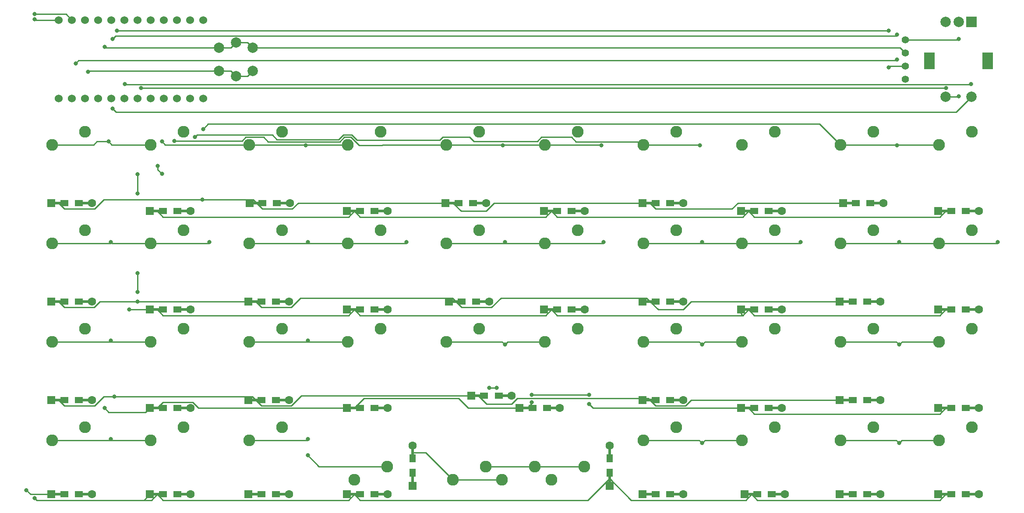
<source format=gbr>
G04 #@! TF.GenerationSoftware,KiCad,Pcbnew,(6.0.4-0)*
G04 #@! TF.CreationDate,2022-05-09T18:43:36-05:00*
G04 #@! TF.ProjectId,freaku4X,66726561-6b75-4345-982e-6b696361645f,rev?*
G04 #@! TF.SameCoordinates,Original*
G04 #@! TF.FileFunction,Copper,L1,Top*
G04 #@! TF.FilePolarity,Positive*
%FSLAX46Y46*%
G04 Gerber Fmt 4.6, Leading zero omitted, Abs format (unit mm)*
G04 Created by KiCad (PCBNEW (6.0.4-0)) date 2022-05-09 18:43:36*
%MOMM*%
%LPD*%
G01*
G04 APERTURE LIST*
G04 #@! TA.AperFunction,ComponentPad*
%ADD10C,2.286000*%
G04 #@! TD*
G04 #@! TA.AperFunction,ComponentPad*
%ADD11C,1.397000*%
G04 #@! TD*
G04 #@! TA.AperFunction,ComponentPad*
%ADD12C,2.000000*%
G04 #@! TD*
G04 #@! TA.AperFunction,ComponentPad*
%ADD13R,2.000000X2.000000*%
G04 #@! TD*
G04 #@! TA.AperFunction,ComponentPad*
%ADD14R,2.000000X3.200000*%
G04 #@! TD*
G04 #@! TA.AperFunction,ComponentPad*
%ADD15C,1.524000*%
G04 #@! TD*
G04 #@! TA.AperFunction,SMDPad,CuDef*
%ADD16R,1.600000X1.200000*%
G04 #@! TD*
G04 #@! TA.AperFunction,ComponentPad*
%ADD17R,1.600000X1.600000*%
G04 #@! TD*
G04 #@! TA.AperFunction,SMDPad,CuDef*
%ADD18R,2.900000X0.500000*%
G04 #@! TD*
G04 #@! TA.AperFunction,ComponentPad*
%ADD19C,1.600000*%
G04 #@! TD*
G04 #@! TA.AperFunction,SMDPad,CuDef*
%ADD20R,0.500000X2.900000*%
G04 #@! TD*
G04 #@! TA.AperFunction,SMDPad,CuDef*
%ADD21R,1.200000X1.600000*%
G04 #@! TD*
G04 #@! TA.AperFunction,ViaPad*
%ADD22C,0.800000*%
G04 #@! TD*
G04 #@! TA.AperFunction,Conductor*
%ADD23C,0.250000*%
G04 #@! TD*
G04 APERTURE END LIST*
D10*
G04 #@! TO.P,SW13,1,A*
G04 #@! TO.N,Net-(D16-Pad2)*
X86677500Y-90170000D03*
G04 #@! TO.P,SW13,2,B*
G04 #@! TO.N,col1*
X80327500Y-92710000D03*
G04 #@! TD*
G04 #@! TO.P,SW16,1,A*
G04 #@! TO.N,Net-(D13-Pad2)*
X143827500Y-90170000D03*
G04 #@! TO.P,SW16,2,B*
G04 #@! TO.N,col3*
X137477500Y-92710000D03*
G04 #@! TD*
G04 #@! TO.P,SW9,1,A*
G04 #@! TO.N,Net-(D9-Pad2)*
X200977500Y-71120000D03*
G04 #@! TO.P,SW9,2,B*
G04 #@! TO.N,col4*
X194627500Y-73660000D03*
G04 #@! TD*
G04 #@! TO.P,SW40,1,A*
G04 #@! TO.N,Net-(D35-Pad2)*
X220027500Y-128270000D03*
G04 #@! TO.P,SW40,2,B*
G04 #@! TO.N,col5*
X213677500Y-130810000D03*
G04 #@! TD*
G04 #@! TO.P,SW41,1,A*
G04 #@! TO.N,Net-(D40-Pad2)*
X239077500Y-128270000D03*
G04 #@! TO.P,SW41,2,B*
G04 #@! TO.N,col5*
X232727500Y-130810000D03*
G04 #@! TD*
G04 #@! TO.P,SW21,1,A*
G04 #@! TO.N,Net-(D20-Pad2)*
X239077500Y-90170000D03*
G04 #@! TO.P,SW21,2,B*
G04 #@! TO.N,col5*
X232727500Y-92710000D03*
G04 #@! TD*
G04 #@! TO.P,SW14,1,A*
G04 #@! TO.N,Net-(D12-Pad2)*
X105727500Y-90170000D03*
G04 #@! TO.P,SW14,2,B*
G04 #@! TO.N,col2*
X99377500Y-92710000D03*
G04 #@! TD*
G04 #@! TO.P,SW37,1,A*
G04 #@! TO.N,Net-(D38-Pad2)*
X157797500Y-138430000D03*
G04 #@! TO.P,SW37,2,B*
G04 #@! TO.N,col3*
X164147500Y-135890000D03*
G04 #@! TD*
G04 #@! TO.P,SW28,1,A*
G04 #@! TO.N,Net-(D24-Pad2)*
X181927500Y-109220000D03*
G04 #@! TO.P,SW28,2,B*
G04 #@! TO.N,col4*
X175577500Y-111760000D03*
G04 #@! TD*
G04 #@! TO.P,SW23,1,A*
G04 #@! TO.N,Net-(D26-Pad2)*
X86677500Y-109220000D03*
G04 #@! TO.P,SW23,2,B*
G04 #@! TO.N,col1*
X80327500Y-111760000D03*
G04 #@! TD*
G04 #@! TO.P,SW6,1,A*
G04 #@! TO.N,Net-(D3-Pad2)*
X143827500Y-71120000D03*
G04 #@! TO.P,SW6,2,B*
G04 #@! TO.N,col3*
X137477500Y-73660000D03*
G04 #@! TD*
D11*
G04 #@! TO.P,OL1,1,SDA*
G04 #@! TO.N,sda*
X226218750Y-60960000D03*
G04 #@! TO.P,OL1,2,SCL*
G04 #@! TO.N,scl*
X226218750Y-58420000D03*
G04 #@! TO.P,OL1,3,VCC*
G04 #@! TO.N,vcc*
X226218750Y-55880000D03*
G04 #@! TO.P,OL1,4,GND*
G04 #@! TO.N,gnd*
X226218750Y-53340000D03*
G04 #@! TD*
D10*
G04 #@! TO.P,SW30,1,A*
G04 #@! TO.N,Net-(D25-Pad2)*
X220027500Y-109220000D03*
G04 #@! TO.P,SW30,2,B*
G04 #@! TO.N,col5*
X213677500Y-111760000D03*
G04 #@! TD*
G04 #@! TO.P,SW22,1,A*
G04 #@! TO.N,Net-(D21-Pad2)*
X67627500Y-109220000D03*
G04 #@! TO.P,SW22,2,B*
G04 #@! TO.N,col1*
X61277500Y-111760000D03*
G04 #@! TD*
G04 #@! TO.P,SW11,1,A*
G04 #@! TO.N,Net-(D10-Pad2)*
X239077500Y-71120000D03*
G04 #@! TO.P,SW11,2,B*
G04 #@! TO.N,col5*
X232727500Y-73660000D03*
G04 #@! TD*
G04 #@! TO.P,SW32,1,A*
G04 #@! TO.N,Net-(D31-Pad2)*
X67627500Y-128270000D03*
G04 #@! TO.P,SW32,2,B*
G04 #@! TO.N,col1*
X61277500Y-130810000D03*
G04 #@! TD*
G04 #@! TO.P,SW7,1,A*
G04 #@! TO.N,Net-(D8-Pad2)*
X162877500Y-71120000D03*
G04 #@! TO.P,SW7,2,B*
G04 #@! TO.N,col3*
X156527500Y-73660000D03*
G04 #@! TD*
G04 #@! TO.P,SW38,1,A*
G04 #@! TO.N,Net-(D34-Pad2)*
X181927500Y-128270000D03*
G04 #@! TO.P,SW38,2,B*
G04 #@! TO.N,col4*
X175577500Y-130810000D03*
G04 #@! TD*
G04 #@! TO.P,SW36,1,A*
G04 #@! TO.N,Net-(D33-Pad2)*
X138747500Y-138430000D03*
G04 #@! TO.P,SW36,2,B*
G04 #@! TO.N,col3*
X145097500Y-135890000D03*
G04 #@! TD*
G04 #@! TO.P,SW35,1,A*
G04 #@! TO.N,Net-(D37-Pad2)*
X119697500Y-138430000D03*
G04 #@! TO.P,SW35,2,B*
G04 #@! TO.N,col2*
X126047500Y-135890000D03*
G04 #@! TD*
G04 #@! TO.P,SW26,1,A*
G04 #@! TO.N,Net-(D23-Pad2)*
X143827500Y-109220000D03*
G04 #@! TO.P,SW26,2,B*
G04 #@! TO.N,col3*
X137477500Y-111760000D03*
G04 #@! TD*
G04 #@! TO.P,SW25,1,A*
G04 #@! TO.N,Net-(D27-Pad2)*
X124777500Y-109220000D03*
G04 #@! TO.P,SW25,2,B*
G04 #@! TO.N,col2*
X118427500Y-111760000D03*
G04 #@! TD*
G04 #@! TO.P,SW18,1,A*
G04 #@! TO.N,Net-(D14-Pad2)*
X181927500Y-90170000D03*
G04 #@! TO.P,SW18,2,B*
G04 #@! TO.N,col4*
X175577500Y-92710000D03*
G04 #@! TD*
D12*
G04 #@! TO.P,SW43,1,A*
G04 #@! TO.N,vcc*
X96837500Y-53900000D03*
G04 #@! TO.P,SW43,2,B*
G04 #@! TO.N,rst*
X96837500Y-60400000D03*
G04 #@! TD*
D10*
G04 #@! TO.P,SW20,1,A*
G04 #@! TO.N,Net-(D15-Pad2)*
X220027500Y-90170000D03*
G04 #@! TO.P,SW20,2,B*
G04 #@! TO.N,col5*
X213677500Y-92710000D03*
G04 #@! TD*
G04 #@! TO.P,SW19,1,A*
G04 #@! TO.N,Net-(D19-Pad2)*
X200977500Y-90170000D03*
G04 #@! TO.P,SW19,2,B*
G04 #@! TO.N,col4*
X194627500Y-92710000D03*
G04 #@! TD*
G04 #@! TO.P,SW17,1,A*
G04 #@! TO.N,Net-(D18-Pad2)*
X162877500Y-90170000D03*
G04 #@! TO.P,SW17,2,B*
G04 #@! TO.N,col3*
X156527500Y-92710000D03*
G04 #@! TD*
G04 #@! TO.P,SW12,1,A*
G04 #@! TO.N,Net-(D11-Pad2)*
X67627500Y-90170000D03*
G04 #@! TO.P,SW12,2,B*
G04 #@! TO.N,col1*
X61277500Y-92710000D03*
G04 #@! TD*
G04 #@! TO.P,SW3,1,A*
G04 #@! TO.N,Net-(D6-Pad2)*
X86677500Y-71120000D03*
G04 #@! TO.P,SW3,2,B*
G04 #@! TO.N,col1*
X80327500Y-73660000D03*
G04 #@! TD*
G04 #@! TO.P,SW2,1,A*
G04 #@! TO.N,Net-(D1-Pad2)*
X67627500Y-71120000D03*
G04 #@! TO.P,SW2,2,B*
G04 #@! TO.N,col1*
X61277500Y-73660000D03*
G04 #@! TD*
G04 #@! TO.P,SW5,1,A*
G04 #@! TO.N,Net-(D7-Pad2)*
X124777500Y-71120000D03*
G04 #@! TO.P,SW5,2,B*
G04 #@! TO.N,col2*
X118427500Y-73660000D03*
G04 #@! TD*
G04 #@! TO.P,SW44,1,A*
G04 #@! TO.N,Net-(D33-Pad2)*
X148272500Y-138430000D03*
G04 #@! TO.P,SW44,2,B*
G04 #@! TO.N,col3*
X154622500Y-135890000D03*
G04 #@! TD*
G04 #@! TO.P,SW33,1,A*
G04 #@! TO.N,Net-(D36-Pad2)*
X86677500Y-128270000D03*
G04 #@! TO.P,SW33,2,B*
G04 #@! TO.N,col1*
X80327500Y-130810000D03*
G04 #@! TD*
G04 #@! TO.P,SW4,1,A*
G04 #@! TO.N,Net-(D2-Pad2)*
X105727500Y-71120000D03*
G04 #@! TO.P,SW4,2,B*
G04 #@! TO.N,col2*
X99377500Y-73660000D03*
G04 #@! TD*
G04 #@! TO.P,SW24,1,A*
G04 #@! TO.N,Net-(D22-Pad2)*
X105727500Y-109220000D03*
G04 #@! TO.P,SW24,2,B*
G04 #@! TO.N,col2*
X99377500Y-111760000D03*
G04 #@! TD*
D13*
G04 #@! TO.P,SW1,A,A*
G04 #@! TO.N,padA*
X239037500Y-49900000D03*
D12*
G04 #@! TO.P,SW1,B,B*
G04 #@! TO.N,padB*
X234037500Y-49900000D03*
G04 #@! TO.P,SW1,C,C*
G04 #@! TO.N,gnd*
X236537500Y-49900000D03*
D14*
G04 #@! TO.P,SW1,MP*
G04 #@! TO.N,N/C*
X242137500Y-57400000D03*
X230937500Y-57400000D03*
D12*
G04 #@! TO.P,SW1,S1,S1*
G04 #@! TO.N,gnd*
X234037500Y-64400000D03*
G04 #@! TO.P,SW1,S2,S2*
G04 #@! TO.N,encoder_switch*
X239037500Y-64400000D03*
G04 #@! TD*
D10*
G04 #@! TO.P,SW10,1,A*
G04 #@! TO.N,Net-(D5-Pad2)*
X220027500Y-71120000D03*
G04 #@! TO.P,SW10,2,B*
G04 #@! TO.N,col5*
X213677500Y-73660000D03*
G04 #@! TD*
G04 #@! TO.P,SW8,1,A*
G04 #@! TO.N,Net-(D4-Pad2)*
X181927500Y-71120000D03*
G04 #@! TO.P,SW8,2,B*
G04 #@! TO.N,col4*
X175577500Y-73660000D03*
G04 #@! TD*
D15*
G04 #@! TO.P,U1,1,TX0/PD3*
G04 #@! TO.N,row8*
X62565750Y-49538600D03*
G04 #@! TO.P,U1,2,RX1/PD2*
G04 #@! TO.N,row7*
X65105750Y-49538600D03*
G04 #@! TO.P,U1,3,GND*
G04 #@! TO.N,unconnected-(U1-Pad3)*
X67645750Y-49538600D03*
G04 #@! TO.P,U1,4,GND*
G04 #@! TO.N,unconnected-(U1-Pad4)*
X70185750Y-49538600D03*
G04 #@! TO.P,U1,5,2/PD1*
G04 #@! TO.N,sda*
X72725750Y-49538600D03*
G04 #@! TO.P,U1,6,3/PD0*
G04 #@! TO.N,scl*
X75265750Y-49538600D03*
G04 #@! TO.P,U1,7,4/PD4*
G04 #@! TO.N,row6*
X77805750Y-49538600D03*
G04 #@! TO.P,U1,8,5/PC6*
G04 #@! TO.N,row5*
X80345750Y-49538600D03*
G04 #@! TO.P,U1,9,6/PD7*
G04 #@! TO.N,row4*
X82885750Y-49538600D03*
G04 #@! TO.P,U1,10,7/PE6*
G04 #@! TO.N,row3*
X85425750Y-49538600D03*
G04 #@! TO.P,U1,11,8/PB4*
G04 #@! TO.N,row2*
X87965750Y-49538600D03*
G04 #@! TO.P,U1,12,9/PB5*
G04 #@! TO.N,row1*
X90505750Y-49538600D03*
G04 #@! TO.P,U1,13,10/PB6*
G04 #@! TO.N,col5*
X90505750Y-64758600D03*
G04 #@! TO.P,U1,14,16/PB2*
G04 #@! TO.N,col4*
X87965750Y-64758600D03*
G04 #@! TO.P,U1,15,14/PB3*
G04 #@! TO.N,col3*
X85425750Y-64758600D03*
G04 #@! TO.P,U1,16,15/PB1*
G04 #@! TO.N,col2*
X82885750Y-64758600D03*
G04 #@! TO.P,U1,17,A0/PF7*
G04 #@! TO.N,col1*
X80345750Y-64758600D03*
G04 #@! TO.P,U1,18,A1/PF6*
G04 #@! TO.N,padB*
X77805750Y-64758600D03*
G04 #@! TO.P,U1,19,A2/PF5*
G04 #@! TO.N,padA*
X75265750Y-64758600D03*
G04 #@! TO.P,U1,20,A3/PF4*
G04 #@! TO.N,encoder_switch*
X72725750Y-64758600D03*
G04 #@! TO.P,U1,21,VCC*
G04 #@! TO.N,vcc*
X70185750Y-64758600D03*
G04 #@! TO.P,U1,22,RST*
G04 #@! TO.N,rst*
X67645750Y-64758600D03*
G04 #@! TO.P,U1,23,GND*
G04 #@! TO.N,gnd*
X65105750Y-64758600D03*
G04 #@! TO.P,U1,24,RAW*
G04 #@! TO.N,unconnected-(U1-Pad24)*
X62565750Y-64758600D03*
G04 #@! TD*
D10*
G04 #@! TO.P,SW29,1,A*
G04 #@! TO.N,Net-(D29-Pad2)*
X200977500Y-109220000D03*
G04 #@! TO.P,SW29,2,B*
G04 #@! TO.N,col4*
X194627500Y-111760000D03*
G04 #@! TD*
G04 #@! TO.P,SW39,1,A*
G04 #@! TO.N,Net-(D39-Pad2)*
X200977500Y-128270000D03*
G04 #@! TO.P,SW39,2,B*
G04 #@! TO.N,col4*
X194627500Y-130810000D03*
G04 #@! TD*
G04 #@! TO.P,SW31,1,A*
G04 #@! TO.N,Net-(D30-Pad2)*
X239077500Y-109220000D03*
G04 #@! TO.P,SW31,2,B*
G04 #@! TO.N,col5*
X232727500Y-111760000D03*
G04 #@! TD*
G04 #@! TO.P,SW27,1,A*
G04 #@! TO.N,Net-(D28-Pad2)*
X162877500Y-109220000D03*
G04 #@! TO.P,SW27,2,B*
G04 #@! TO.N,col3*
X156527500Y-111760000D03*
G04 #@! TD*
G04 #@! TO.P,SW34,1,A*
G04 #@! TO.N,Net-(D32-Pad2)*
X105727500Y-128270000D03*
G04 #@! TO.P,SW34,2,B*
G04 #@! TO.N,col2*
X99377500Y-130810000D03*
G04 #@! TD*
G04 #@! TO.P,SW15,1,A*
G04 #@! TO.N,Net-(D17-Pad2)*
X124777500Y-90170000D03*
G04 #@! TO.P,SW15,2,B*
G04 #@! TO.N,col2*
X118427500Y-92710000D03*
G04 #@! TD*
D16*
G04 #@! TO.P,D22,1,K*
G04 #@! TO.N,row5*
X101787500Y-123031250D03*
D17*
X99287500Y-123031250D03*
D18*
X100687500Y-123031250D03*
G04 #@! TO.P,D22,2,A*
G04 #@! TO.N,Net-(D22-Pad2)*
X105687500Y-123031250D03*
D16*
X104587500Y-123031250D03*
D19*
X107087500Y-123031250D03*
G04 #@! TD*
D17*
G04 #@! TO.P,D15,1,K*
G04 #@! TO.N,row3*
X213587500Y-103981250D03*
D18*
X214987500Y-103981250D03*
D16*
X216087500Y-103981250D03*
D19*
G04 #@! TO.P,D15,2,A*
G04 #@! TO.N,Net-(D15-Pad2)*
X221387500Y-103981250D03*
D18*
X219987500Y-103981250D03*
D16*
X218887500Y-103981250D03*
G04 #@! TD*
D17*
G04 #@! TO.P,D1,1,K*
G04 #@! TO.N,row1*
X61187500Y-84931250D03*
D16*
X63687500Y-84931250D03*
D18*
X62587500Y-84931250D03*
G04 #@! TO.P,D1,2,A*
G04 #@! TO.N,Net-(D1-Pad2)*
X67587500Y-84931250D03*
D16*
X66487500Y-84931250D03*
D19*
X68987500Y-84931250D03*
G04 #@! TD*
D18*
G04 #@! TO.P,D19,1,K*
G04 #@! TO.N,row4*
X195937500Y-105568750D03*
D17*
X194537500Y-105568750D03*
D16*
X197037500Y-105568750D03*
G04 #@! TO.P,D19,2,A*
G04 #@! TO.N,Net-(D19-Pad2)*
X199837500Y-105568750D03*
D18*
X200937500Y-105568750D03*
D19*
X202337500Y-105568750D03*
G04 #@! TD*
D18*
G04 #@! TO.P,D7,1,K*
G04 #@! TO.N,row2*
X119737500Y-86518750D03*
D17*
X118337500Y-86518750D03*
D16*
X120837500Y-86518750D03*
G04 #@! TO.P,D7,2,A*
G04 #@! TO.N,Net-(D7-Pad2)*
X123637500Y-86518750D03*
D18*
X124737500Y-86518750D03*
D19*
X126137500Y-86518750D03*
G04 #@! TD*
D18*
G04 #@! TO.P,D29,1,K*
G04 #@! TO.N,row6*
X195937500Y-124618750D03*
D17*
X194537500Y-124618750D03*
D16*
X197037500Y-124618750D03*
D19*
G04 #@! TO.P,D29,2,A*
G04 #@! TO.N,Net-(D29-Pad2)*
X202337500Y-124618750D03*
D16*
X199837500Y-124618750D03*
D18*
X200937500Y-124618750D03*
G04 #@! TD*
G04 #@! TO.P,D26,1,K*
G04 #@! TO.N,row6*
X81637500Y-124618750D03*
D17*
X80237500Y-124618750D03*
D16*
X82737500Y-124618750D03*
G04 #@! TO.P,D26,2,A*
G04 #@! TO.N,Net-(D26-Pad2)*
X85537500Y-124618750D03*
D18*
X86637500Y-124618750D03*
D19*
X88037500Y-124618750D03*
G04 #@! TD*
D18*
G04 #@! TO.P,D8,1,K*
G04 #@! TO.N,row2*
X157837500Y-86518750D03*
D16*
X158937500Y-86518750D03*
D17*
X156437500Y-86518750D03*
D18*
G04 #@! TO.P,D8,2,A*
G04 #@! TO.N,Net-(D8-Pad2)*
X162837500Y-86518750D03*
D16*
X161737500Y-86518750D03*
D19*
X164237500Y-86518750D03*
G04 #@! TD*
D18*
G04 #@! TO.P,D34,1,K*
G04 #@! TO.N,row7*
X176887500Y-141287500D03*
D16*
X177987500Y-141287500D03*
D17*
X175487500Y-141287500D03*
D18*
G04 #@! TO.P,D34,2,A*
G04 #@! TO.N,Net-(D34-Pad2)*
X181887500Y-141287500D03*
D16*
X180787500Y-141287500D03*
D19*
X183287500Y-141287500D03*
G04 #@! TD*
D16*
G04 #@! TO.P,D14,1,K*
G04 #@! TO.N,row3*
X177987500Y-103981250D03*
D18*
X176887500Y-103981250D03*
D17*
X175487500Y-103981250D03*
D18*
G04 #@! TO.P,D14,2,A*
G04 #@! TO.N,Net-(D14-Pad2)*
X181887500Y-103981250D03*
D19*
X183287500Y-103981250D03*
D16*
X180787500Y-103981250D03*
G04 #@! TD*
D17*
G04 #@! TO.P,D11,1,K*
G04 #@! TO.N,row3*
X61187500Y-103981250D03*
D16*
X63687500Y-103981250D03*
D18*
X62587500Y-103981250D03*
D16*
G04 #@! TO.P,D11,2,A*
G04 #@! TO.N,Net-(D11-Pad2)*
X66487500Y-103981250D03*
D19*
X68987500Y-103981250D03*
D18*
X67587500Y-103981250D03*
G04 #@! TD*
D17*
G04 #@! TO.P,D37,1,K*
G04 #@! TO.N,row8*
X118337500Y-141287500D03*
D18*
X119737500Y-141287500D03*
D16*
X120837500Y-141287500D03*
D18*
G04 #@! TO.P,D37,2,A*
G04 #@! TO.N,Net-(D37-Pad2)*
X124737500Y-141287500D03*
D19*
X126137500Y-141287500D03*
D16*
X123637500Y-141287500D03*
G04 #@! TD*
G04 #@! TO.P,D35,1,K*
G04 #@! TO.N,row7*
X216087500Y-141287500D03*
D18*
X214987500Y-141287500D03*
D17*
X213587500Y-141287500D03*
D16*
G04 #@! TO.P,D35,2,A*
G04 #@! TO.N,Net-(D35-Pad2)*
X218887500Y-141287500D03*
D18*
X219987500Y-141287500D03*
D19*
X221387500Y-141287500D03*
G04 #@! TD*
D17*
G04 #@! TO.P,D25,1,K*
G04 #@! TO.N,row5*
X213587500Y-123031250D03*
D16*
X216087500Y-123031250D03*
D18*
X214987500Y-123031250D03*
D19*
G04 #@! TO.P,D25,2,A*
G04 #@! TO.N,Net-(D25-Pad2)*
X221387500Y-123031250D03*
D16*
X218887500Y-123031250D03*
D18*
X219987500Y-123031250D03*
G04 #@! TD*
D17*
G04 #@! TO.P,D5,1,K*
G04 #@! TO.N,row1*
X214193750Y-84931250D03*
D16*
X216693750Y-84931250D03*
D18*
X215593750Y-84931250D03*
D16*
G04 #@! TO.P,D5,2,A*
G04 #@! TO.N,Net-(D5-Pad2)*
X219493750Y-84931250D03*
D19*
X221993750Y-84931250D03*
D18*
X220593750Y-84931250D03*
G04 #@! TD*
G04 #@! TO.P,D39,1,K*
G04 #@! TO.N,row8*
X196543750Y-141287500D03*
D16*
X197643750Y-141287500D03*
D17*
X195143750Y-141287500D03*
D18*
G04 #@! TO.P,D39,2,A*
G04 #@! TO.N,Net-(D39-Pad2)*
X201543750Y-141287500D03*
D19*
X202943750Y-141287500D03*
D16*
X200443750Y-141287500D03*
G04 #@! TD*
D17*
G04 #@! TO.P,D31,1,K*
G04 #@! TO.N,row7*
X61187500Y-141287500D03*
D18*
X62587500Y-141287500D03*
D16*
X63687500Y-141287500D03*
D19*
G04 #@! TO.P,D31,2,A*
G04 #@! TO.N,Net-(D31-Pad2)*
X68987500Y-141287500D03*
D18*
X67587500Y-141287500D03*
D16*
X66487500Y-141287500D03*
G04 #@! TD*
G04 #@! TO.P,D10,1,K*
G04 #@! TO.N,row2*
X235137500Y-86518750D03*
D18*
X234037500Y-86518750D03*
D17*
X232637500Y-86518750D03*
D19*
G04 #@! TO.P,D10,2,A*
G04 #@! TO.N,Net-(D10-Pad2)*
X240437500Y-86518750D03*
D18*
X239037500Y-86518750D03*
D16*
X237937500Y-86518750D03*
G04 #@! TD*
D18*
G04 #@! TO.P,D24,1,K*
G04 #@! TO.N,row5*
X176887500Y-123031250D03*
D17*
X175487500Y-123031250D03*
D16*
X177987500Y-123031250D03*
D18*
G04 #@! TO.P,D24,2,A*
G04 #@! TO.N,Net-(D24-Pad2)*
X181887500Y-123031250D03*
D19*
X183287500Y-123031250D03*
D16*
X180787500Y-123031250D03*
G04 #@! TD*
G04 #@! TO.P,D23,1,K*
G04 #@! TO.N,row5*
X144837500Y-122237500D03*
D17*
X142337500Y-122237500D03*
D18*
X143737500Y-122237500D03*
D19*
G04 #@! TO.P,D23,2,A*
G04 #@! TO.N,Net-(D23-Pad2)*
X150137500Y-122237500D03*
D16*
X147637500Y-122237500D03*
D18*
X148737500Y-122237500D03*
G04 #@! TD*
D17*
G04 #@! TO.P,D13,1,K*
G04 #@! TO.N,row3*
X137993750Y-103981250D03*
D18*
X139393750Y-103981250D03*
D16*
X140493750Y-103981250D03*
D18*
G04 #@! TO.P,D13,2,A*
G04 #@! TO.N,Net-(D13-Pad2)*
X144393750Y-103981250D03*
D16*
X143293750Y-103981250D03*
D19*
X145793750Y-103981250D03*
G04 #@! TD*
D18*
G04 #@! TO.P,D16,1,K*
G04 #@! TO.N,row4*
X81637500Y-105568750D03*
D16*
X82737500Y-105568750D03*
D17*
X80237500Y-105568750D03*
D16*
G04 #@! TO.P,D16,2,A*
G04 #@! TO.N,Net-(D16-Pad2)*
X85537500Y-105568750D03*
D18*
X86637500Y-105568750D03*
D19*
X88037500Y-105568750D03*
G04 #@! TD*
D18*
G04 #@! TO.P,D27,1,K*
G04 #@! TO.N,row6*
X119737500Y-124618750D03*
D17*
X118337500Y-124618750D03*
D16*
X120837500Y-124618750D03*
D18*
G04 #@! TO.P,D27,2,A*
G04 #@! TO.N,Net-(D27-Pad2)*
X124737500Y-124618750D03*
D16*
X123637500Y-124618750D03*
D19*
X126137500Y-124618750D03*
G04 #@! TD*
D16*
G04 #@! TO.P,D40,1,K*
G04 #@! TO.N,row8*
X235137500Y-141287500D03*
D17*
X232637500Y-141287500D03*
D18*
X234037500Y-141287500D03*
G04 #@! TO.P,D40,2,A*
G04 #@! TO.N,Net-(D40-Pad2)*
X239037500Y-141287500D03*
D16*
X237937500Y-141287500D03*
D19*
X240437500Y-141287500D03*
G04 #@! TD*
D18*
G04 #@! TO.P,D20,1,K*
G04 #@! TO.N,row4*
X234037500Y-105568750D03*
D17*
X232637500Y-105568750D03*
D16*
X235137500Y-105568750D03*
D19*
G04 #@! TO.P,D20,2,A*
G04 #@! TO.N,Net-(D20-Pad2)*
X240437500Y-105568750D03*
D18*
X239037500Y-105568750D03*
D16*
X237937500Y-105568750D03*
G04 #@! TD*
D12*
G04 #@! TO.P,SW42,1,A*
G04 #@! TO.N,vcc*
X100087500Y-54900000D03*
X93587500Y-54900000D03*
G04 #@! TO.P,SW42,2,B*
G04 #@! TO.N,rst*
X100087500Y-59400000D03*
X93587500Y-59400000D03*
G04 #@! TD*
D17*
G04 #@! TO.P,D4,1,K*
G04 #@! TO.N,row1*
X175487500Y-84931250D03*
D18*
X176887500Y-84931250D03*
D16*
X177987500Y-84931250D03*
D19*
G04 #@! TO.P,D4,2,A*
G04 #@! TO.N,Net-(D4-Pad2)*
X183287500Y-84931250D03*
D18*
X181887500Y-84931250D03*
D16*
X180787500Y-84931250D03*
G04 #@! TD*
D20*
G04 #@! TO.P,D33,1,K*
G04 #@! TO.N,row7*
X130968750Y-138231250D03*
D21*
X130968750Y-137131250D03*
D17*
X130968750Y-139631250D03*
D20*
G04 #@! TO.P,D33,2,A*
G04 #@! TO.N,Net-(D33-Pad2)*
X130968750Y-133231250D03*
D21*
X130968750Y-134331250D03*
D19*
X130968750Y-131831250D03*
G04 #@! TD*
D18*
G04 #@! TO.P,D28,1,K*
G04 #@! TO.N,row6*
X153075000Y-124618750D03*
D17*
X151675000Y-124618750D03*
D16*
X154175000Y-124618750D03*
G04 #@! TO.P,D28,2,A*
G04 #@! TO.N,Net-(D28-Pad2)*
X156975000Y-124618750D03*
D19*
X159475000Y-124618750D03*
D18*
X158075000Y-124618750D03*
G04 #@! TD*
D16*
G04 #@! TO.P,D32,1,K*
G04 #@! TO.N,row7*
X101787500Y-141287500D03*
D18*
X100687500Y-141287500D03*
D17*
X99287500Y-141287500D03*
D18*
G04 #@! TO.P,D32,2,A*
G04 #@! TO.N,Net-(D32-Pad2)*
X105687500Y-141287500D03*
D16*
X104587500Y-141287500D03*
D19*
X107087500Y-141287500D03*
G04 #@! TD*
D17*
G04 #@! TO.P,D30,1,K*
G04 #@! TO.N,row6*
X232637500Y-124618750D03*
D18*
X234037500Y-124618750D03*
D16*
X235137500Y-124618750D03*
G04 #@! TO.P,D30,2,A*
G04 #@! TO.N,Net-(D30-Pad2)*
X237937500Y-124618750D03*
D18*
X239037500Y-124618750D03*
D19*
X240437500Y-124618750D03*
G04 #@! TD*
D18*
G04 #@! TO.P,D2,1,K*
G04 #@! TO.N,row1*
X100875000Y-84931250D03*
D16*
X101975000Y-84931250D03*
D17*
X99475000Y-84931250D03*
D16*
G04 #@! TO.P,D2,2,A*
G04 #@! TO.N,Net-(D2-Pad2)*
X104775000Y-84931250D03*
D19*
X107275000Y-84931250D03*
D18*
X105875000Y-84931250D03*
G04 #@! TD*
D17*
G04 #@! TO.P,D17,1,K*
G04 #@! TO.N,row4*
X118337500Y-105568750D03*
D16*
X120837500Y-105568750D03*
D18*
X119737500Y-105568750D03*
G04 #@! TO.P,D17,2,A*
G04 #@! TO.N,Net-(D17-Pad2)*
X124737500Y-105568750D03*
D16*
X123637500Y-105568750D03*
D19*
X126137500Y-105568750D03*
G04 #@! TD*
D16*
G04 #@! TO.P,D6,1,K*
G04 #@! TO.N,row2*
X82737500Y-86518750D03*
D18*
X81637500Y-86518750D03*
D17*
X80237500Y-86518750D03*
D19*
G04 #@! TO.P,D6,2,A*
G04 #@! TO.N,Net-(D6-Pad2)*
X88037500Y-86518750D03*
D16*
X85537500Y-86518750D03*
D18*
X86637500Y-86518750D03*
G04 #@! TD*
D16*
G04 #@! TO.P,D9,1,K*
G04 #@! TO.N,row2*
X197037500Y-86518750D03*
D17*
X194537500Y-86518750D03*
D18*
X195937500Y-86518750D03*
D19*
G04 #@! TO.P,D9,2,A*
G04 #@! TO.N,Net-(D9-Pad2)*
X202337500Y-86518750D03*
D16*
X199837500Y-86518750D03*
D18*
X200937500Y-86518750D03*
G04 #@! TD*
D16*
G04 #@! TO.P,D36,1,K*
G04 #@! TO.N,row8*
X82737500Y-141287500D03*
D18*
X81637500Y-141287500D03*
D17*
X80237500Y-141287500D03*
D18*
G04 #@! TO.P,D36,2,A*
G04 #@! TO.N,Net-(D36-Pad2)*
X86637500Y-141287500D03*
D16*
X85537500Y-141287500D03*
D19*
X88037500Y-141287500D03*
G04 #@! TD*
D21*
G04 #@! TO.P,D38,1,K*
G04 #@! TO.N,row8*
X169068750Y-137131250D03*
D17*
X169068750Y-139631250D03*
D20*
X169068750Y-138231250D03*
D21*
G04 #@! TO.P,D38,2,A*
G04 #@! TO.N,Net-(D38-Pad2)*
X169068750Y-134331250D03*
D20*
X169068750Y-133231250D03*
D19*
X169068750Y-131831250D03*
G04 #@! TD*
D16*
G04 #@! TO.P,D21,1,K*
G04 #@! TO.N,row5*
X63687500Y-123031250D03*
D17*
X61187500Y-123031250D03*
D18*
X62587500Y-123031250D03*
G04 #@! TO.P,D21,2,A*
G04 #@! TO.N,Net-(D21-Pad2)*
X67587500Y-123031250D03*
D16*
X66487500Y-123031250D03*
D19*
X68987500Y-123031250D03*
G04 #@! TD*
D17*
G04 #@! TO.P,D3,1,K*
G04 #@! TO.N,row1*
X137387500Y-84931250D03*
D16*
X139887500Y-84931250D03*
D18*
X138787500Y-84931250D03*
D19*
G04 #@! TO.P,D3,2,A*
G04 #@! TO.N,Net-(D3-Pad2)*
X145187500Y-84931250D03*
D18*
X143787500Y-84931250D03*
D16*
X142687500Y-84931250D03*
G04 #@! TD*
D17*
G04 #@! TO.P,D12,1,K*
G04 #@! TO.N,row3*
X99287500Y-103981250D03*
D18*
X100687500Y-103981250D03*
D16*
X101787500Y-103981250D03*
D18*
G04 #@! TO.P,D12,2,A*
G04 #@! TO.N,Net-(D12-Pad2)*
X105687500Y-103981250D03*
D16*
X104587500Y-103981250D03*
D19*
X107087500Y-103981250D03*
G04 #@! TD*
D17*
G04 #@! TO.P,D18,1,K*
G04 #@! TO.N,row4*
X156437500Y-105568750D03*
D16*
X158937500Y-105568750D03*
D18*
X157837500Y-105568750D03*
D19*
G04 #@! TO.P,D18,2,A*
G04 #@! TO.N,Net-(D18-Pad2)*
X164237500Y-105568750D03*
D16*
X161737500Y-105568750D03*
D18*
X162837500Y-105568750D03*
G04 #@! TD*
D22*
G04 #@! TO.N,row1*
X90374521Y-84250479D03*
G04 #@! TO.N,row2*
X81756250Y-77787500D03*
X82550000Y-79292921D03*
G04 #@! TO.N,row3*
X77787500Y-83129502D03*
X77787500Y-103981250D03*
X77787500Y-79375000D03*
X77787500Y-98480498D03*
X77787500Y-102179502D03*
G04 #@! TO.N,row4*
X76200000Y-105568750D03*
G04 #@! TO.N,row5*
X73372000Y-122350479D03*
G04 #@! TO.N,Net-(D23-Pad2)*
X145788489Y-120650000D03*
X147237489Y-120650000D03*
G04 #@! TO.N,row6*
X153987500Y-122002079D03*
X165100000Y-123825000D03*
X71437500Y-124618750D03*
X165100000Y-122002079D03*
X153987500Y-123451079D03*
G04 #@! TO.N,row7*
X56356250Y-140493750D03*
X57943750Y-48418750D03*
G04 #@! TO.N,row8*
X57956298Y-49430801D03*
X57943750Y-142012000D03*
G04 #@! TO.N,sda*
X224631250Y-52387500D03*
X73025000Y-53181250D03*
G04 #@! TO.N,scl*
X73818750Y-51593750D03*
X223043750Y-51593750D03*
X223043750Y-58737500D03*
G04 #@! TO.N,vcc*
X71437500Y-54768750D03*
G04 #@! TO.N,gnd*
X236537500Y-64293750D03*
X224631250Y-57150000D03*
X236537500Y-53181250D03*
X65881250Y-57943750D03*
G04 #@! TO.N,padA*
X75406250Y-61912500D03*
X238918750Y-61912500D03*
G04 #@! TO.N,padB*
X78534739Y-62707511D03*
X234156250Y-62707511D03*
G04 #@! TO.N,encoder_switch*
X73025000Y-66675000D03*
G04 #@! TO.N,col1*
X91697500Y-92452500D03*
X72647500Y-111541250D03*
X72647500Y-92452500D03*
X72647500Y-130591250D03*
X72231250Y-73025000D03*
G04 #@! TO.N,col2*
X129797500Y-92491250D03*
X110747500Y-92491250D03*
X110747500Y-133766250D03*
X110331250Y-73818750D03*
X110747500Y-111541250D03*
X110747500Y-130552500D03*
X82550000Y-73025000D03*
G04 #@! TO.N,col3*
X84931250Y-72935500D03*
X167481250Y-73818750D03*
X148847500Y-112296250D03*
X167897500Y-92452500D03*
X148431250Y-73818750D03*
X148847500Y-92491250D03*
G04 #@! TO.N,col4*
X88900000Y-72211000D03*
X186947500Y-131385000D03*
X186531250Y-73818750D03*
X186947500Y-112335000D03*
X205997500Y-92452500D03*
X186947500Y-92491250D03*
G04 #@! TO.N,col5*
X90487500Y-70643750D03*
X225047500Y-112335000D03*
X244097500Y-92452500D03*
X225047500Y-131346250D03*
X225047500Y-92452500D03*
X224631250Y-73818750D03*
G04 #@! TO.N,rst*
X68262500Y-59531250D03*
G04 #@! TD*
D23*
G04 #@! TO.N,row1*
X178012011Y-86055761D02*
X176887500Y-84931250D01*
X138787500Y-84931250D02*
X108865300Y-84931250D01*
X90374521Y-84250479D02*
X71324521Y-84250479D01*
X146777800Y-84931250D02*
X145190300Y-86518750D01*
X108865300Y-84931250D02*
X107740789Y-86055761D01*
X107740789Y-86055761D02*
X101999511Y-86055761D01*
X193875978Y-84931250D02*
X192751467Y-86055761D01*
X63712011Y-86055761D02*
X62587500Y-84931250D01*
X140375000Y-86518750D02*
X138787500Y-84931250D01*
X71324521Y-84250479D02*
X69519239Y-86055761D01*
X69519239Y-86055761D02*
X63712011Y-86055761D01*
X215593750Y-84931250D02*
X193875978Y-84931250D01*
X101999511Y-86055761D02*
X100875000Y-84931250D01*
X192751467Y-86055761D02*
X178012011Y-86055761D01*
X100194229Y-84250479D02*
X90374521Y-84250479D01*
X176887500Y-84931250D02*
X146777800Y-84931250D01*
X145190300Y-86518750D02*
X140375000Y-86518750D01*
X100875000Y-84931250D02*
X100194229Y-84250479D01*
G04 #@! TO.N,row2*
X120862011Y-87643261D02*
X119737500Y-86518750D01*
X232912989Y-87643261D02*
X197062011Y-87643261D01*
X119737500Y-86518750D02*
X118612989Y-87643261D01*
X156712989Y-87643261D02*
X120862011Y-87643261D01*
X157837500Y-86518750D02*
X156712989Y-87643261D01*
X118612989Y-87643261D02*
X82762011Y-87643261D01*
X158962011Y-87643261D02*
X157837500Y-86518750D01*
X82762011Y-87643261D02*
X81637500Y-86518750D01*
X234037500Y-86518750D02*
X232912989Y-87643261D01*
X81756250Y-78499171D02*
X82550000Y-79292921D01*
X156706250Y-86518750D02*
X159206250Y-86518750D01*
X81756250Y-77787500D02*
X81756250Y-78499171D01*
X197062011Y-87643261D02*
X195937500Y-86518750D01*
X194812989Y-87643261D02*
X158962011Y-87643261D01*
X195937500Y-86518750D02*
X194812989Y-87643261D01*
G04 #@! TO.N,row3*
X77787500Y-103981250D02*
X70577800Y-103981250D01*
X148064821Y-103300479D02*
X146259539Y-105105761D01*
X214987500Y-103981250D02*
X184877800Y-103981250D01*
X107553289Y-105105761D02*
X101812011Y-105105761D01*
X100687500Y-103981250D02*
X77787500Y-103981250D01*
X101812011Y-105105761D02*
X100687500Y-103981250D01*
X184877800Y-103981250D02*
X183290300Y-105568750D01*
X139393750Y-103981250D02*
X138712979Y-103300479D01*
X178475000Y-105568750D02*
X176887500Y-103981250D01*
X138712979Y-103300479D02*
X109358571Y-103300479D01*
X146259539Y-105105761D02*
X140518261Y-105105761D01*
X77787500Y-79375000D02*
X77787500Y-83129502D01*
X69453289Y-105105761D02*
X63712011Y-105105761D01*
X176206729Y-103300479D02*
X148064821Y-103300479D01*
X77787500Y-98480498D02*
X77787500Y-102179502D01*
X63712011Y-105105761D02*
X62587500Y-103981250D01*
X109358571Y-103300479D02*
X107553289Y-105105761D01*
X183290300Y-105568750D02*
X178475000Y-105568750D01*
X70577800Y-103981250D02*
X69453289Y-105105761D01*
X176887500Y-103981250D02*
X176206729Y-103300479D01*
X140518261Y-105105761D02*
X139393750Y-103981250D01*
G04 #@! TO.N,row4*
X156712989Y-106693261D02*
X120862011Y-106693261D01*
X232912989Y-106693261D02*
X197062011Y-106693261D01*
X82762011Y-106693261D02*
X81637500Y-105568750D01*
X118612989Y-106693261D02*
X82762011Y-106693261D01*
X197062011Y-106693261D02*
X195937500Y-105568750D01*
X157837500Y-105568750D02*
X156712989Y-106693261D01*
X119737500Y-105568750D02*
X118612989Y-106693261D01*
X194812989Y-106693261D02*
X158962011Y-106693261D01*
X234037500Y-105568750D02*
X232912989Y-106693261D01*
X195937500Y-105568750D02*
X194812989Y-106693261D01*
X194812989Y-106693261D02*
X194537500Y-106417772D01*
X194537500Y-106417772D02*
X194537500Y-105568750D01*
X76200000Y-105568750D02*
X81637500Y-105568750D01*
X158962011Y-106693261D02*
X157837500Y-105568750D01*
X120862011Y-106693261D02*
X119737500Y-105568750D01*
G04 #@! TO.N,row5*
X73705771Y-122350479D02*
X73372000Y-122350479D01*
X63712011Y-124155761D02*
X62587500Y-123031250D01*
X151238721Y-122726579D02*
X150140300Y-123825000D01*
X101812011Y-124155761D02*
X100687500Y-123031250D01*
X109471550Y-122237500D02*
X107553289Y-124155761D01*
X176887500Y-123031250D02*
X176582829Y-122726579D01*
X214987500Y-123031250D02*
X184877800Y-123031250D01*
X73705771Y-122350479D02*
X71324521Y-122350479D01*
X107553289Y-124155761D02*
X101812011Y-124155761D01*
X184877800Y-123031250D02*
X183753289Y-124155761D01*
X71324521Y-122350479D02*
X69519239Y-124155761D01*
X145325000Y-123825000D02*
X143737500Y-122237500D01*
X178012011Y-124155761D02*
X176887500Y-123031250D01*
X176582829Y-122726579D02*
X151238721Y-122726579D01*
X150140300Y-123825000D02*
X145325000Y-123825000D01*
X69519239Y-124155761D02*
X63712011Y-124155761D01*
X183753289Y-124155761D02*
X178012011Y-124155761D01*
X143737500Y-122237500D02*
X109471550Y-122237500D01*
X100006729Y-122350479D02*
X73705771Y-122350479D01*
X100687500Y-123031250D02*
X100006729Y-122350479D01*
G04 #@! TO.N,Net-(D23-Pad2)*
X145788489Y-120650000D02*
X147237489Y-120650000D01*
G04 #@! TO.N,row6*
X89627800Y-124618750D02*
X88503289Y-123494239D01*
X165100000Y-122002079D02*
X153987500Y-122002079D01*
X119737500Y-124618750D02*
X89627800Y-124618750D01*
X71437500Y-124618750D02*
X72231250Y-125412500D01*
X80168750Y-124618750D02*
X81637500Y-124618750D01*
X153987500Y-123451079D02*
X153987500Y-123706250D01*
X153075000Y-124618750D02*
X141785704Y-124618750D01*
X232912989Y-125743261D02*
X197062011Y-125743261D01*
X165893750Y-124618750D02*
X165100000Y-123825000D01*
X88503289Y-123494239D02*
X82762011Y-123494239D01*
X72231250Y-125412500D02*
X79375000Y-125412500D01*
X121629671Y-122726579D02*
X119737500Y-124618750D01*
X153987500Y-123706250D02*
X153075000Y-124618750D01*
X82762011Y-123494239D02*
X81637500Y-124618750D01*
X197062011Y-125743261D02*
X195937500Y-124618750D01*
X195937500Y-124618750D02*
X165893750Y-124618750D01*
X141785704Y-124618750D02*
X139893533Y-122726579D01*
X139893533Y-122726579D02*
X121629671Y-122726579D01*
X234037500Y-124618750D02*
X232912989Y-125743261D01*
X79375000Y-125412500D02*
X80168750Y-124618750D01*
G04 #@! TO.N,row7*
X57150000Y-141287500D02*
X56356250Y-140493750D01*
X61187500Y-141287500D02*
X57150000Y-141287500D01*
X63985900Y-48418750D02*
X65105750Y-49538600D01*
X57943750Y-48418750D02*
X63985900Y-48418750D01*
G04 #@! TO.N,Net-(D33-Pad2)*
X133548750Y-133231250D02*
X130968750Y-133231250D01*
X138747500Y-138430000D02*
X133548750Y-133231250D01*
X148272500Y-138430000D02*
X138747500Y-138430000D01*
G04 #@! TO.N,row8*
X232912989Y-142412011D02*
X197668261Y-142412011D01*
X80512989Y-142412011D02*
X58343761Y-142412011D01*
X80237500Y-141287500D02*
X79112989Y-142412011D01*
X119737500Y-141287500D02*
X118612989Y-142412011D01*
X57956298Y-49430801D02*
X58064097Y-49538600D01*
X81637500Y-141287500D02*
X80512989Y-142412011D01*
X173249511Y-142412011D02*
X169068750Y-138231250D01*
X195419239Y-142412011D02*
X173249511Y-142412011D01*
X82762011Y-142412011D02*
X81637500Y-141287500D01*
X196543750Y-141287500D02*
X195419239Y-142412011D01*
X169068750Y-138231250D02*
X164887989Y-142412011D01*
X197668261Y-142412011D02*
X196543750Y-141287500D01*
X58343761Y-142412011D02*
X57943750Y-142012000D01*
X118612989Y-142412011D02*
X82762011Y-142412011D01*
X120862011Y-142412011D02*
X119737500Y-141287500D01*
X164887989Y-142412011D02*
X120862011Y-142412011D01*
X234037500Y-141287500D02*
X232912989Y-142412011D01*
X58064097Y-49538600D02*
X62565750Y-49538600D01*
G04 #@! TO.N,sda*
X73025000Y-53181250D02*
X73630761Y-52575489D01*
X73630761Y-52575489D02*
X224443261Y-52575489D01*
X224443261Y-52575489D02*
X224631250Y-52387500D01*
G04 #@! TO.N,scl*
X223361250Y-58420000D02*
X226218750Y-58420000D01*
X73818750Y-51593750D02*
X223043750Y-51593750D01*
X223043750Y-58737500D02*
X223361250Y-58420000D01*
G04 #@! TO.N,vcc*
X100087500Y-54900000D02*
X225238750Y-54900000D01*
X95837500Y-54900000D02*
X96837500Y-53900000D01*
X96837500Y-53900000D02*
X99087500Y-53900000D01*
X71437500Y-54768750D02*
X71568750Y-54900000D01*
X225238750Y-54900000D02*
X226218750Y-55880000D01*
X71568750Y-54900000D02*
X93587500Y-54900000D01*
X99087500Y-53900000D02*
X100087500Y-54900000D01*
X93587500Y-54900000D02*
X95837500Y-54900000D01*
G04 #@! TO.N,gnd*
X226218750Y-53340000D02*
X236378750Y-53340000D01*
X66428011Y-57396989D02*
X224384261Y-57396989D01*
X236537500Y-64293750D02*
X236431250Y-64400000D01*
X65881250Y-57943750D02*
X66428011Y-57396989D01*
X224384261Y-57396989D02*
X224631250Y-57150000D01*
X236431250Y-64400000D02*
X234037500Y-64400000D01*
X236378750Y-53340000D02*
X236537500Y-53181250D01*
G04 #@! TO.N,padA*
X238848239Y-61983011D02*
X238918750Y-61912500D01*
X75476761Y-61983011D02*
X238848239Y-61983011D01*
X75406250Y-61912500D02*
X75476761Y-61983011D01*
G04 #@! TO.N,padB*
X78534739Y-62707511D02*
X234156250Y-62707511D01*
G04 #@! TO.N,encoder_switch*
X73705771Y-67355771D02*
X236081729Y-67355771D01*
X73025000Y-66675000D02*
X73705771Y-67355771D01*
X236081729Y-67355771D02*
X239037500Y-64400000D01*
G04 #@! TO.N,col1*
X61277500Y-92710000D02*
X72390000Y-92710000D01*
X72905000Y-92710000D02*
X72647500Y-92452500D01*
X80327500Y-92710000D02*
X72905000Y-92710000D01*
X61277500Y-130810000D02*
X72428750Y-130810000D01*
X69360508Y-73660000D02*
X69995508Y-73025000D01*
X69995508Y-73025000D02*
X72231250Y-73025000D01*
X72428750Y-111760000D02*
X72647500Y-111541250D01*
X72866250Y-130810000D02*
X72647500Y-130591250D01*
X80327500Y-73660000D02*
X72866250Y-73660000D01*
X72390000Y-92710000D02*
X72647500Y-92452500D01*
X72866250Y-73660000D02*
X72231250Y-73025000D01*
X61277500Y-73660000D02*
X69360508Y-73660000D01*
X91440000Y-92710000D02*
X91697500Y-92452500D01*
X80327500Y-130810000D02*
X72866250Y-130810000D01*
X72866250Y-111760000D02*
X72647500Y-111541250D01*
X72428750Y-130810000D02*
X72647500Y-130591250D01*
X61277500Y-111760000D02*
X72428750Y-111760000D01*
X80327500Y-92710000D02*
X91440000Y-92710000D01*
X80327500Y-111760000D02*
X72866250Y-111760000D01*
G04 #@! TO.N,col2*
X99377500Y-130810000D02*
X110490000Y-130810000D01*
X129578750Y-92710000D02*
X129797500Y-92491250D01*
X110747500Y-92491250D02*
X110966250Y-92710000D01*
X118427500Y-73660000D02*
X110490000Y-73660000D01*
X110490000Y-73660000D02*
X110331250Y-73818750D01*
X112871250Y-135890000D02*
X110747500Y-133766250D01*
X110490000Y-130810000D02*
X110747500Y-130552500D01*
X126047500Y-135890000D02*
X112871250Y-135890000D01*
X99377500Y-73660000D02*
X83185000Y-73660000D01*
X110528750Y-111760000D02*
X110747500Y-111541250D01*
X99377500Y-92710000D02*
X110528750Y-92710000D01*
X110966250Y-92710000D02*
X118427500Y-92710000D01*
X99377500Y-111760000D02*
X110528750Y-111760000D01*
X118427500Y-92710000D02*
X129578750Y-92710000D01*
X83185000Y-73660000D02*
X82550000Y-73025000D01*
X110966250Y-111760000D02*
X110747500Y-111541250D01*
X110528750Y-92710000D02*
X110747500Y-92491250D01*
X110172500Y-73660000D02*
X110331250Y-73818750D01*
X118427500Y-111760000D02*
X110966250Y-111760000D01*
X99377500Y-73660000D02*
X110172500Y-73660000D01*
G04 #@! TO.N,col3*
X137477500Y-111760000D02*
X148311250Y-111760000D01*
X125253750Y-73660000D02*
X137477500Y-73660000D01*
X148590000Y-73660000D02*
X148431250Y-73818750D01*
X148628750Y-92710000D02*
X148847500Y-92491250D01*
X167640000Y-92710000D02*
X167897500Y-92452500D01*
X120650000Y-73807125D02*
X125106625Y-73807125D01*
X148847500Y-92491250D02*
X149066250Y-92710000D01*
X98769636Y-72192489D02*
X102169509Y-72192489D01*
X84931250Y-72935500D02*
X98026625Y-72935500D01*
X148311250Y-111760000D02*
X148847500Y-112296250D01*
X102169509Y-72192489D02*
X103071259Y-73094239D01*
X145097500Y-135890000D02*
X154622500Y-135890000D01*
X117819636Y-72192489D02*
X119035364Y-72192489D01*
X137477500Y-92710000D02*
X148628750Y-92710000D01*
X137477500Y-73660000D02*
X148272500Y-73660000D01*
X103071259Y-73094239D02*
X116917886Y-73094239D01*
X148272500Y-73660000D02*
X148431250Y-73818750D01*
X116917886Y-73094239D02*
X117819636Y-72192489D01*
X119035364Y-72192489D02*
X120650000Y-73807125D01*
X125242125Y-73660000D02*
X125253750Y-73660000D01*
X149383750Y-111760000D02*
X148847500Y-112296250D01*
X149066250Y-92710000D02*
X156527500Y-92710000D01*
X156527500Y-111760000D02*
X149383750Y-111760000D01*
X156527500Y-92710000D02*
X167640000Y-92710000D01*
X156527500Y-73660000D02*
X167322500Y-73660000D01*
X167322500Y-73660000D02*
X167481250Y-73818750D01*
X98026625Y-72935500D02*
X98769636Y-72192489D01*
X125106625Y-73807125D02*
X125253750Y-73660000D01*
X154622500Y-135890000D02*
X164147500Y-135890000D01*
X156527500Y-73660000D02*
X148590000Y-73660000D01*
G04 #@! TO.N,col4*
X205740000Y-92710000D02*
X205997500Y-92452500D01*
X175577500Y-111760000D02*
X186372500Y-111760000D01*
X120259655Y-72781062D02*
X136281063Y-72781062D01*
X119221562Y-71742969D02*
X120259655Y-72781062D01*
X155919636Y-72192489D02*
X161700759Y-72192489D01*
X186728750Y-92710000D02*
X186947500Y-92491250D01*
X136869636Y-72192489D02*
X142042489Y-72192489D01*
X187522500Y-130810000D02*
X186947500Y-131385000D01*
X89368031Y-71742969D02*
X103873250Y-71742969D01*
X175011739Y-73094239D02*
X175577500Y-73660000D01*
X186947500Y-92491250D02*
X187166250Y-92710000D01*
X175577500Y-130810000D02*
X186372500Y-130810000D01*
X194627500Y-92710000D02*
X205740000Y-92710000D01*
X194627500Y-111760000D02*
X187522500Y-111760000D01*
X142042489Y-72192489D02*
X142875000Y-73025000D01*
X186372500Y-130810000D02*
X186947500Y-131385000D01*
X162602509Y-73094239D02*
X175011739Y-73094239D01*
X186372500Y-111760000D02*
X186947500Y-112335000D01*
X186372500Y-73660000D02*
X186531250Y-73818750D01*
X187166250Y-92710000D02*
X194627500Y-92710000D01*
X103873250Y-71742969D02*
X104775000Y-72644719D01*
X175577500Y-73660000D02*
X186372500Y-73660000D01*
X175577500Y-92710000D02*
X186728750Y-92710000D01*
X116731688Y-72644719D02*
X117633439Y-71742969D01*
X136281063Y-72781062D02*
X136869636Y-72192489D01*
X104775000Y-72644719D02*
X116731688Y-72644719D01*
X155087125Y-73025000D02*
X155919636Y-72192489D01*
X142875000Y-73025000D02*
X155087125Y-73025000D01*
X161700759Y-72192489D02*
X162602509Y-73094239D01*
X194627500Y-130810000D02*
X187522500Y-130810000D01*
X88900000Y-72211000D02*
X89368031Y-71742969D01*
X117633439Y-71742969D02*
X119221562Y-71742969D01*
X187522500Y-111760000D02*
X186947500Y-112335000D01*
G04 #@! TO.N,col5*
X224790000Y-73660000D02*
X224631250Y-73818750D01*
X225583750Y-130810000D02*
X225047500Y-131346250D01*
X213677500Y-92710000D02*
X224790000Y-92710000D01*
X209669989Y-69652489D02*
X213677500Y-73660000D01*
X225622500Y-111760000D02*
X225047500Y-112335000D01*
X225305000Y-92710000D02*
X232727500Y-92710000D01*
X224790000Y-92710000D02*
X225047500Y-92452500D01*
X232727500Y-111760000D02*
X225622500Y-111760000D01*
X225047500Y-92452500D02*
X225305000Y-92710000D01*
X213677500Y-73660000D02*
X224472500Y-73660000D01*
X224472500Y-73660000D02*
X224631250Y-73818750D01*
X90487500Y-70643750D02*
X91478761Y-69652489D01*
X91478761Y-69652489D02*
X209669989Y-69652489D01*
X232727500Y-130810000D02*
X225583750Y-130810000D01*
X232727500Y-92710000D02*
X243840000Y-92710000D01*
X243840000Y-92710000D02*
X244097500Y-92452500D01*
X225583750Y-73660000D02*
X224790000Y-73660000D01*
X232727500Y-73660000D02*
X225583750Y-73660000D01*
X224511250Y-130810000D02*
X225047500Y-131346250D01*
X213677500Y-130810000D02*
X224511250Y-130810000D01*
X213677500Y-111760000D02*
X224472500Y-111760000D01*
X224472500Y-111760000D02*
X225047500Y-112335000D01*
G04 #@! TO.N,rst*
X99087500Y-60400000D02*
X100087500Y-59400000D01*
X95837500Y-59400000D02*
X96837500Y-60400000D01*
X93587500Y-59400000D02*
X95837500Y-59400000D01*
X68393750Y-59400000D02*
X93587500Y-59400000D01*
X68262500Y-59531250D02*
X68393750Y-59400000D01*
X96837500Y-60400000D02*
X99087500Y-60400000D01*
G04 #@! TD*
M02*

</source>
